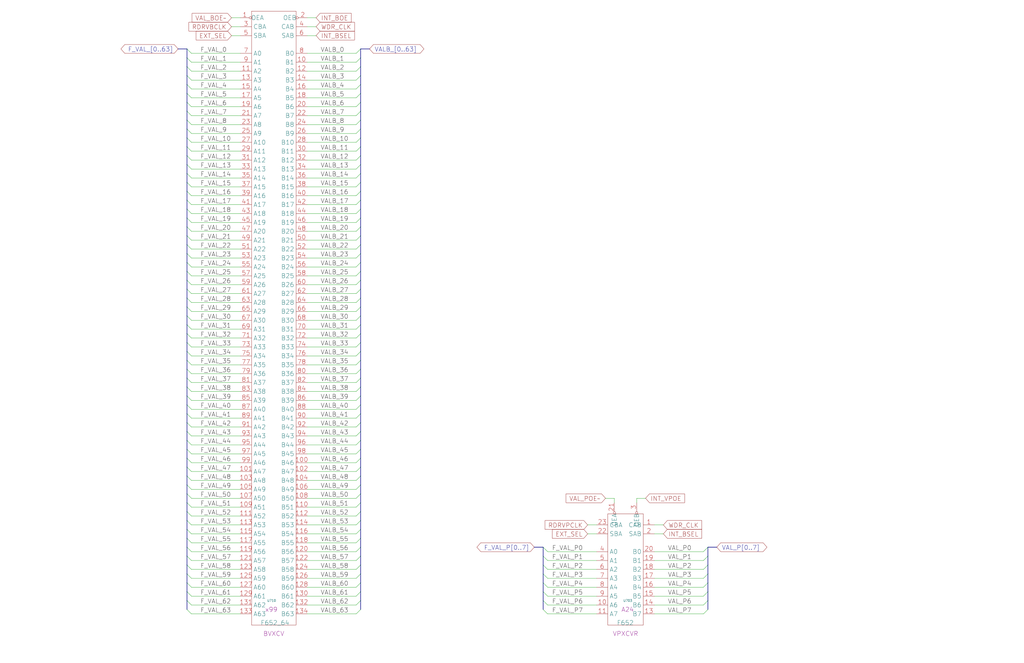
<source format=kicad_sch>
(kicad_sch (version 20230121) (generator eeschema)
  (paper "User" 584.2 378.46)
  (title_block (title "BXCVR\\nVAL AND VAL_PARITY") (date "08-MAR-90") (rev "0.0") (comment 1 "MEM32 BOARD") (comment 2 "232-003066") (comment 3 "S400") (comment 4 "RELEASED"))
  (lib_symbols
    (symbol "r1000:F652" (pin_names (offset 1.016))
      (property "Reference" "U" (at 2.54 5.08 0))
      (property "Value" "F652" (at -3.81 -7.62 0))
      (property "Location" "___" (at -1.27 0 0))
      (property "Name" "______" (at 1.27 -15.24 0))
      (symbol "F652_1_1"
        (rectangle (start -8.89 54.61) (end 11.43 -8.89))
        (circle (center -5.08 55.245) (radius 0.635))
        (circle (center 7.62 55.245) (radius 0.635))
        (pin input line (at 17.78 48.26 180) (length 6.35) (name "CAB") (number "1"))
        (pin bidirectional line (at -15.24 2.54 0) (length 6.35) (name "A6") (number "10"))
        (pin bidirectional line (at -15.24 -2.54 0) (length 6.35) (name "A7") (number "11"))
        (pin bidirectional line (at 17.78 -2.54 180) (length 6.35) (name "B7") (number "13"))
        (pin bidirectional line (at 17.78 2.54 180) (length 6.35) (name "B6") (number "14"))
        (pin bidirectional line (at 17.78 7.62 180) (length 6.35) (name "B5") (number "15"))
        (pin bidirectional line (at 17.78 12.7 180) (length 6.35) (name "B4") (number "16"))
        (pin bidirectional line (at 17.78 17.78 180) (length 6.35) (name "B3") (number "17"))
        (pin bidirectional line (at 17.78 22.86 180) (length 6.35) (name "B2") (number "18"))
        (pin bidirectional line (at 17.78 27.94 180) (length 6.35) (name "B1") (number "19"))
        (pin input line (at 17.78 43.18 180) (length 6.35) (name "SAB") (number "2"))
        (pin bidirectional line (at 17.78 33.02 180) (length 6.35) (name "B0") (number "20"))
        (pin input line (at -5.08 60.96 270) (length 5.08) (name "OEA") (number "21"))
        (pin input line (at -15.24 43.18 0) (length 6.35) (name "SBA") (number "22"))
        (pin input line (at -15.24 48.26 0) (length 6.35) (name "CBA") (number "23"))
        (pin input line (at 7.62 60.96 270) (length 5.08) (name "OEB") (number "3"))
        (pin bidirectional line (at -15.24 33.02 0) (length 6.35) (name "A0") (number "4"))
        (pin bidirectional line (at -15.24 27.94 0) (length 6.35) (name "A1") (number "5"))
        (pin bidirectional line (at -15.24 22.86 0) (length 6.35) (name "A2") (number "6"))
        (pin bidirectional line (at -15.24 17.78 0) (length 6.35) (name "A3") (number "7"))
        (pin bidirectional line (at -15.24 12.7 0) (length 6.35) (name "A4") (number "8"))
        (pin bidirectional line (at -15.24 7.62 0) (length 6.35) (name "A5") (number "9"))
      )
    )
    (symbol "r1000:F652_64" (pin_names (offset 1.016))
      (property "Reference" "U" (at 2.54 5.08 0))
      (property "Value" "F652_64" (at -3.81 -7.62 0))
      (property "Location" "___" (at -1.27 0 0))
      (property "Name" "______" (at 3.81 -15.24 0))
      (symbol "F652_64_1_1"
        (circle (center -9.525 337.82) (radius 0.635))
        (rectangle (start -8.89 341.63) (end 16.51 -8.89))
        (circle (center 17.145 337.82) (radius 0.635))
        (pin input line (at -15.24 337.82 0) (length 5.08) (name "OEA") (number "1"))
        (pin bidirectional line (at 22.86 312.42 180) (length 6.35) (name "B1") (number "10"))
        (pin bidirectional line (at 22.86 83.82 180) (length 6.35) (name "B46") (number "100"))
        (pin bidirectional line (at -15.24 78.74 0) (length 6.35) (name "A47") (number "101"))
        (pin bidirectional line (at 22.86 78.74 180) (length 6.35) (name "B47") (number "102"))
        (pin bidirectional line (at -15.24 73.66 0) (length 6.35) (name "A48") (number "103"))
        (pin bidirectional line (at 22.86 73.66 180) (length 6.35) (name "B48") (number "104"))
        (pin bidirectional line (at -15.24 68.58 0) (length 6.35) (name "A49") (number "105"))
        (pin bidirectional line (at 22.86 68.58 180) (length 6.35) (name "B49") (number "106"))
        (pin bidirectional line (at -15.24 63.5 0) (length 6.35) (name "A50") (number "107"))
        (pin bidirectional line (at 22.86 63.5 180) (length 6.35) (name "B50") (number "108"))
        (pin bidirectional line (at -15.24 58.42 0) (length 6.35) (name "A51") (number "109"))
        (pin bidirectional line (at -15.24 307.34 0) (length 6.35) (name "A2") (number "11"))
        (pin bidirectional line (at 22.86 58.42 180) (length 6.35) (name "B51") (number "110"))
        (pin bidirectional line (at -15.24 53.34 0) (length 6.35) (name "A52") (number "111"))
        (pin bidirectional line (at 22.86 53.34 180) (length 6.35) (name "B52") (number "112"))
        (pin bidirectional line (at -15.24 48.26 0) (length 6.35) (name "A53") (number "113"))
        (pin bidirectional line (at 22.86 48.26 180) (length 6.35) (name "B53") (number "114"))
        (pin bidirectional line (at -15.24 43.18 0) (length 6.35) (name "A54") (number "115"))
        (pin bidirectional line (at 22.86 43.18 180) (length 6.35) (name "B54") (number "116"))
        (pin bidirectional line (at -15.24 38.1 0) (length 6.35) (name "A55") (number "117"))
        (pin bidirectional line (at 22.86 38.1 180) (length 6.35) (name "B55") (number "118"))
        (pin bidirectional line (at -15.24 33.02 0) (length 6.35) (name "A56") (number "119"))
        (pin bidirectional line (at 22.86 307.34 180) (length 6.35) (name "B2") (number "12"))
        (pin bidirectional line (at 22.86 33.02 180) (length 6.35) (name "B56") (number "120"))
        (pin bidirectional line (at -15.24 27.94 0) (length 6.35) (name "A57") (number "121"))
        (pin bidirectional line (at 22.86 27.94 180) (length 6.35) (name "B57") (number "122"))
        (pin bidirectional line (at -15.24 22.86 0) (length 6.35) (name "A58") (number "123"))
        (pin bidirectional line (at 22.86 22.86 180) (length 6.35) (name "B58") (number "124"))
        (pin bidirectional line (at -15.24 17.78 0) (length 6.35) (name "A59") (number "125"))
        (pin bidirectional line (at 22.86 17.78 180) (length 6.35) (name "B59") (number "126"))
        (pin bidirectional line (at -15.24 12.7 0) (length 6.35) (name "A60") (number "127"))
        (pin bidirectional line (at 22.86 12.7 180) (length 6.35) (name "B60") (number "128"))
        (pin bidirectional line (at -15.24 7.62 0) (length 6.35) (name "A61") (number "129"))
        (pin bidirectional line (at -15.24 302.26 0) (length 6.35) (name "A3") (number "13"))
        (pin bidirectional line (at 22.86 7.62 180) (length 6.35) (name "B61") (number "130"))
        (pin bidirectional line (at -15.24 2.54 0) (length 6.35) (name "A62") (number "131"))
        (pin bidirectional line (at 22.86 2.54 180) (length 6.35) (name "B62") (number "132"))
        (pin bidirectional line (at -15.24 -2.54 0) (length 6.35) (name "A63") (number "133"))
        (pin bidirectional line (at 22.86 -2.54 180) (length 6.35) (name "B63") (number "134"))
        (pin bidirectional line (at 22.86 302.26 180) (length 6.35) (name "B3") (number "14"))
        (pin bidirectional line (at -15.24 297.18 0) (length 6.35) (name "A4") (number "15"))
        (pin bidirectional line (at 22.86 297.18 180) (length 6.35) (name "B4") (number "16"))
        (pin bidirectional line (at -15.24 292.1 0) (length 6.35) (name "A5") (number "17"))
        (pin bidirectional line (at 22.86 292.1 180) (length 6.35) (name "B5") (number "18"))
        (pin bidirectional line (at -15.24 287.02 0) (length 6.35) (name "A6") (number "19"))
        (pin input line (at 22.86 337.82 180) (length 5.08) (name "OEB") (number "2"))
        (pin bidirectional line (at 22.86 287.02 180) (length 6.35) (name "B6") (number "20"))
        (pin bidirectional line (at -15.24 281.94 0) (length 6.35) (name "A7") (number "21"))
        (pin bidirectional line (at 22.86 281.94 180) (length 6.35) (name "B7") (number "22"))
        (pin bidirectional line (at -15.24 276.86 0) (length 6.35) (name "A8") (number "23"))
        (pin bidirectional line (at 22.86 276.86 180) (length 6.35) (name "B8") (number "24"))
        (pin bidirectional line (at -15.24 271.78 0) (length 6.35) (name "A9") (number "25"))
        (pin bidirectional line (at 22.86 271.78 180) (length 6.35) (name "B9") (number "26"))
        (pin bidirectional line (at -15.24 266.7 0) (length 6.35) (name "A10") (number "27"))
        (pin bidirectional line (at 22.86 266.7 180) (length 6.35) (name "B10") (number "28"))
        (pin bidirectional line (at -15.24 261.62 0) (length 6.35) (name "A11") (number "29"))
        (pin input line (at -15.24 332.74 0) (length 6.35) (name "CBA") (number "3"))
        (pin bidirectional line (at 22.86 261.62 180) (length 6.35) (name "B11") (number "30"))
        (pin bidirectional line (at -15.24 256.54 0) (length 6.35) (name "A12") (number "31"))
        (pin bidirectional line (at 22.86 256.54 180) (length 6.35) (name "B12") (number "32"))
        (pin bidirectional line (at -15.24 251.46 0) (length 6.35) (name "A13") (number "33"))
        (pin bidirectional line (at 22.86 251.46 180) (length 6.35) (name "B13") (number "34"))
        (pin bidirectional line (at -15.24 246.38 0) (length 6.35) (name "A14") (number "35"))
        (pin bidirectional line (at 22.86 246.38 180) (length 6.35) (name "B14") (number "36"))
        (pin bidirectional line (at -15.24 241.3 0) (length 6.35) (name "A15") (number "37"))
        (pin bidirectional line (at 22.86 241.3 180) (length 6.35) (name "B15") (number "38"))
        (pin bidirectional line (at -15.24 236.22 0) (length 6.35) (name "A16") (number "39"))
        (pin input line (at 22.86 332.74 180) (length 6.35) (name "CAB") (number "4"))
        (pin bidirectional line (at 22.86 236.22 180) (length 6.35) (name "B16") (number "40"))
        (pin bidirectional line (at -15.24 231.14 0) (length 6.35) (name "A17") (number "41"))
        (pin bidirectional line (at 22.86 231.14 180) (length 6.35) (name "B17") (number "42"))
        (pin bidirectional line (at -15.24 226.06 0) (length 6.35) (name "A18") (number "43"))
        (pin bidirectional line (at 22.86 226.06 180) (length 6.35) (name "B18") (number "44"))
        (pin bidirectional line (at -15.24 220.98 0) (length 6.35) (name "A19") (number "45"))
        (pin bidirectional line (at 22.86 220.98 180) (length 6.35) (name "B19") (number "46"))
        (pin bidirectional line (at -15.24 215.9 0) (length 6.35) (name "A20") (number "47"))
        (pin bidirectional line (at 22.86 215.9 180) (length 6.35) (name "B20") (number "48"))
        (pin bidirectional line (at -15.24 210.82 0) (length 6.35) (name "A21") (number "49"))
        (pin input line (at -15.24 327.66 0) (length 6.35) (name "SBA") (number "5"))
        (pin bidirectional line (at 22.86 210.82 180) (length 6.35) (name "B21") (number "50"))
        (pin bidirectional line (at -15.24 205.74 0) (length 6.35) (name "A22") (number "51"))
        (pin bidirectional line (at 22.86 205.74 180) (length 6.35) (name "B22") (number "52"))
        (pin bidirectional line (at -15.24 200.66 0) (length 6.35) (name "A23") (number "53"))
        (pin bidirectional line (at 22.86 200.66 180) (length 6.35) (name "B23") (number "54"))
        (pin bidirectional line (at -15.24 195.58 0) (length 6.35) (name "A24") (number "55"))
        (pin bidirectional line (at 22.86 195.58 180) (length 6.35) (name "B24") (number "56"))
        (pin bidirectional line (at -15.24 190.5 0) (length 6.35) (name "A25") (number "57"))
        (pin bidirectional line (at 22.86 190.5 180) (length 6.35) (name "B25") (number "58"))
        (pin bidirectional line (at -15.24 185.42 0) (length 6.35) (name "A26") (number "59"))
        (pin input line (at 22.86 327.66 180) (length 6.35) (name "SAB") (number "6"))
        (pin bidirectional line (at 22.86 185.42 180) (length 6.35) (name "B26") (number "60"))
        (pin bidirectional line (at -15.24 180.34 0) (length 6.35) (name "A27") (number "61"))
        (pin bidirectional line (at 22.86 180.34 180) (length 6.35) (name "B27") (number "62"))
        (pin bidirectional line (at -15.24 175.26 0) (length 6.35) (name "A28") (number "63"))
        (pin bidirectional line (at 22.86 175.26 180) (length 6.35) (name "B28") (number "64"))
        (pin bidirectional line (at -15.24 170.18 0) (length 6.35) (name "A29") (number "65"))
        (pin bidirectional line (at 22.86 170.18 180) (length 6.35) (name "B29") (number "66"))
        (pin bidirectional line (at -15.24 165.1 0) (length 6.35) (name "A30") (number "67"))
        (pin bidirectional line (at 22.86 165.1 180) (length 6.35) (name "B30") (number "68"))
        (pin bidirectional line (at -15.24 160.02 0) (length 6.35) (name "A31") (number "69"))
        (pin bidirectional line (at -15.24 317.5 0) (length 6.35) (name "A0") (number "7"))
        (pin bidirectional line (at 22.86 160.02 180) (length 6.35) (name "B31") (number "70"))
        (pin bidirectional line (at -15.24 154.94 0) (length 6.35) (name "A32") (number "71"))
        (pin bidirectional line (at 22.86 154.94 180) (length 6.35) (name "B32") (number "72"))
        (pin bidirectional line (at -15.24 149.86 0) (length 6.35) (name "A33") (number "73"))
        (pin bidirectional line (at 22.86 149.86 180) (length 6.35) (name "B33") (number "74"))
        (pin bidirectional line (at -15.24 144.78 0) (length 6.35) (name "A34") (number "75"))
        (pin bidirectional line (at 22.86 144.78 180) (length 6.35) (name "B34") (number "76"))
        (pin bidirectional line (at -15.24 139.7 0) (length 6.35) (name "A35") (number "77"))
        (pin bidirectional line (at 22.86 139.7 180) (length 6.35) (name "B35") (number "78"))
        (pin bidirectional line (at -15.24 134.62 0) (length 6.35) (name "A36") (number "79"))
        (pin bidirectional line (at 22.86 317.5 180) (length 6.35) (name "B0") (number "8"))
        (pin bidirectional line (at 22.86 134.62 180) (length 6.35) (name "B36") (number "80"))
        (pin bidirectional line (at -15.24 129.54 0) (length 6.35) (name "A37") (number "81"))
        (pin bidirectional line (at 22.86 129.54 180) (length 6.35) (name "B37") (number "82"))
        (pin bidirectional line (at -15.24 124.46 0) (length 6.35) (name "A38") (number "83"))
        (pin bidirectional line (at 22.86 124.46 180) (length 6.35) (name "B38") (number "84"))
        (pin bidirectional line (at -15.24 119.38 0) (length 6.35) (name "A39") (number "85"))
        (pin bidirectional line (at 22.86 119.38 180) (length 6.35) (name "B39") (number "86"))
        (pin bidirectional line (at -15.24 114.3 0) (length 6.35) (name "A40") (number "87"))
        (pin bidirectional line (at 22.86 114.3 180) (length 6.35) (name "B40") (number "88"))
        (pin bidirectional line (at -15.24 109.22 0) (length 6.35) (name "A41") (number "89"))
        (pin bidirectional line (at -15.24 312.42 0) (length 6.35) (name "A1") (number "9"))
        (pin bidirectional line (at 22.86 109.22 180) (length 6.35) (name "B41") (number "90"))
        (pin bidirectional line (at -15.24 104.14 0) (length 6.35) (name "A42") (number "91"))
        (pin bidirectional line (at 22.86 104.14 180) (length 6.35) (name "B42") (number "92"))
        (pin bidirectional line (at -15.24 99.06 0) (length 6.35) (name "A43") (number "93"))
        (pin bidirectional line (at 22.86 99.06 180) (length 6.35) (name "B43") (number "94"))
        (pin bidirectional line (at -15.24 93.98 0) (length 6.35) (name "A44") (number "95"))
        (pin bidirectional line (at 22.86 93.98 180) (length 6.35) (name "B44") (number "96"))
        (pin bidirectional line (at -15.24 88.9 0) (length 6.35) (name "A45") (number "97"))
        (pin bidirectional line (at 22.86 88.9 180) (length 6.35) (name "B45") (number "98"))
        (pin bidirectional line (at -15.24 83.82 0) (length 6.35) (name "A46") (number "99"))
      )
    )
  )
  (bus_entry (at 309.88 312.42) (size 2.54 2.54))
  (bus_entry (at 106.68 134.62) (size 2.54 2.54))
  (bus_entry (at 205.74 292.1) (size -2.54 2.54))
  (bus_entry (at 106.68 170.18) (size 2.54 2.54))
  (bus_entry (at 106.68 205.74) (size 2.54 2.54))
  (bus_entry (at 106.68 281.94) (size 2.54 2.54))
  (bus_entry (at 106.68 119.38) (size 2.54 2.54))
  (bus_entry (at 106.68 251.46) (size 2.54 2.54))
  (bus_entry (at 205.74 231.14) (size -2.54 2.54))
  (bus_entry (at 205.74 114.3) (size -2.54 2.54))
  (bus_entry (at 106.68 68.58) (size 2.54 2.54))
  (bus_entry (at 106.68 154.94) (size 2.54 2.54))
  (bus_entry (at 205.74 200.66) (size -2.54 2.54))
  (bus_entry (at 205.74 93.98) (size -2.54 2.54))
  (bus_entry (at 106.68 99.06) (size 2.54 2.54))
  (bus_entry (at 205.74 251.46) (size -2.54 2.54))
  (bus_entry (at 106.68 322.58) (size 2.54 2.54))
  (bus_entry (at 205.74 109.22) (size -2.54 2.54))
  (bus_entry (at 106.68 266.7) (size 2.54 2.54))
  (bus_entry (at 106.68 88.9) (size 2.54 2.54))
  (bus_entry (at 106.68 38.1) (size 2.54 2.54))
  (bus_entry (at 205.74 276.86) (size -2.54 2.54))
  (bus_entry (at 106.68 287.02) (size 2.54 2.54))
  (bus_entry (at 205.74 337.82) (size -2.54 2.54))
  (bus_entry (at 106.68 185.42) (size 2.54 2.54))
  (bus_entry (at 205.74 185.42) (size -2.54 2.54))
  (bus_entry (at 205.74 170.18) (size -2.54 2.54))
  (bus_entry (at 106.68 241.3) (size 2.54 2.54))
  (bus_entry (at 205.74 180.34) (size -2.54 2.54))
  (bus_entry (at 205.74 78.74) (size -2.54 2.54))
  (bus_entry (at 106.68 231.14) (size 2.54 2.54))
  (bus_entry (at 309.88 332.74) (size 2.54 2.54))
  (bus_entry (at 205.74 119.38) (size -2.54 2.54))
  (bus_entry (at 205.74 104.14) (size -2.54 2.54))
  (bus_entry (at 205.74 144.78) (size -2.54 2.54))
  (bus_entry (at 106.68 215.9) (size 2.54 2.54))
  (bus_entry (at 106.68 58.42) (size 2.54 2.54))
  (bus_entry (at 205.74 215.9) (size -2.54 2.54))
  (bus_entry (at 106.68 312.42) (size 2.54 2.54))
  (bus_entry (at 106.68 200.66) (size 2.54 2.54))
  (bus_entry (at 106.68 27.94) (size 2.54 2.54))
  (bus_entry (at 106.68 327.66) (size 2.54 2.54))
  (bus_entry (at 403.86 312.42) (size -2.54 2.54))
  (bus_entry (at 106.68 175.26) (size 2.54 2.54))
  (bus_entry (at 106.68 114.3) (size 2.54 2.54))
  (bus_entry (at 106.68 124.46) (size 2.54 2.54))
  (bus_entry (at 205.74 165.1) (size -2.54 2.54))
  (bus_entry (at 205.74 38.1) (size -2.54 2.54))
  (bus_entry (at 403.86 337.82) (size -2.54 2.54))
  (bus_entry (at 106.68 180.34) (size 2.54 2.54))
  (bus_entry (at 205.74 226.06) (size -2.54 2.54))
  (bus_entry (at 106.68 109.22) (size 2.54 2.54))
  (bus_entry (at 106.68 307.34) (size 2.54 2.54))
  (bus_entry (at 205.74 205.74) (size -2.54 2.54))
  (bus_entry (at 205.74 33.02) (size -2.54 2.54))
  (bus_entry (at 205.74 271.78) (size -2.54 2.54))
  (bus_entry (at 106.68 292.1) (size 2.54 2.54))
  (bus_entry (at 205.74 281.94) (size -2.54 2.54))
  (bus_entry (at 205.74 53.34) (size -2.54 2.54))
  (bus_entry (at 205.74 347.98) (size -2.54 2.54))
  (bus_entry (at 205.74 297.18) (size -2.54 2.54))
  (bus_entry (at 403.86 317.5) (size -2.54 2.54))
  (bus_entry (at 205.74 134.62) (size -2.54 2.54))
  (bus_entry (at 205.74 287.02) (size -2.54 2.54))
  (bus_entry (at 205.74 317.5) (size -2.54 2.54))
  (bus_entry (at 106.68 337.82) (size 2.54 2.54))
  (bus_entry (at 205.74 73.66) (size -2.54 2.54))
  (bus_entry (at 205.74 307.34) (size -2.54 2.54))
  (bus_entry (at 403.86 347.98) (size -2.54 2.54))
  (bus_entry (at 106.68 246.38) (size 2.54 2.54))
  (bus_entry (at 205.74 83.82) (size -2.54 2.54))
  (bus_entry (at 106.68 48.26) (size 2.54 2.54))
  (bus_entry (at 106.68 73.66) (size 2.54 2.54))
  (bus_entry (at 106.68 93.98) (size 2.54 2.54))
  (bus_entry (at 205.74 246.38) (size -2.54 2.54))
  (bus_entry (at 403.86 322.58) (size -2.54 2.54))
  (bus_entry (at 106.68 342.9) (size 2.54 2.54))
  (bus_entry (at 106.68 347.98) (size 2.54 2.54))
  (bus_entry (at 106.68 160.02) (size 2.54 2.54))
  (bus_entry (at 106.68 165.1) (size 2.54 2.54))
  (bus_entry (at 309.88 322.58) (size 2.54 2.54))
  (bus_entry (at 106.68 236.22) (size 2.54 2.54))
  (bus_entry (at 106.68 276.86) (size 2.54 2.54))
  (bus_entry (at 106.68 139.7) (size 2.54 2.54))
  (bus_entry (at 205.74 48.26) (size -2.54 2.54))
  (bus_entry (at 106.68 78.74) (size 2.54 2.54))
  (bus_entry (at 205.74 124.46) (size -2.54 2.54))
  (bus_entry (at 205.74 302.26) (size -2.54 2.54))
  (bus_entry (at 106.68 195.58) (size 2.54 2.54))
  (bus_entry (at 403.86 327.66) (size -2.54 2.54))
  (bus_entry (at 205.74 149.86) (size -2.54 2.54))
  (bus_entry (at 106.68 33.02) (size 2.54 2.54))
  (bus_entry (at 106.68 256.54) (size 2.54 2.54))
  (bus_entry (at 205.74 99.06) (size -2.54 2.54))
  (bus_entry (at 205.74 241.3) (size -2.54 2.54))
  (bus_entry (at 106.68 43.18) (size 2.54 2.54))
  (bus_entry (at 205.74 220.98) (size -2.54 2.54))
  (bus_entry (at 205.74 342.9) (size -2.54 2.54))
  (bus_entry (at 403.86 332.74) (size -2.54 2.54))
  (bus_entry (at 309.88 337.82) (size 2.54 2.54))
  (bus_entry (at 205.74 58.42) (size -2.54 2.54))
  (bus_entry (at 205.74 175.26) (size -2.54 2.54))
  (bus_entry (at 106.68 83.82) (size 2.54 2.54))
  (bus_entry (at 205.74 210.82) (size -2.54 2.54))
  (bus_entry (at 309.88 317.5) (size 2.54 2.54))
  (bus_entry (at 309.88 342.9) (size 2.54 2.54))
  (bus_entry (at 106.68 220.98) (size 2.54 2.54))
  (bus_entry (at 205.74 129.54) (size -2.54 2.54))
  (bus_entry (at 205.74 63.5) (size -2.54 2.54))
  (bus_entry (at 106.68 271.78) (size 2.54 2.54))
  (bus_entry (at 106.68 297.18) (size 2.54 2.54))
  (bus_entry (at 309.88 327.66) (size 2.54 2.54))
  (bus_entry (at 106.68 63.5) (size 2.54 2.54))
  (bus_entry (at 205.74 236.22) (size -2.54 2.54))
  (bus_entry (at 106.68 190.5) (size 2.54 2.54))
  (bus_entry (at 106.68 302.26) (size 2.54 2.54))
  (bus_entry (at 106.68 332.74) (size 2.54 2.54))
  (bus_entry (at 205.74 154.94) (size -2.54 2.54))
  (bus_entry (at 205.74 195.58) (size -2.54 2.54))
  (bus_entry (at 205.74 327.66) (size -2.54 2.54))
  (bus_entry (at 106.68 129.54) (size 2.54 2.54))
  (bus_entry (at 106.68 53.34) (size 2.54 2.54))
  (bus_entry (at 205.74 190.5) (size -2.54 2.54))
  (bus_entry (at 205.74 68.58) (size -2.54 2.54))
  (bus_entry (at 106.68 317.5) (size 2.54 2.54))
  (bus_entry (at 205.74 322.58) (size -2.54 2.54))
  (bus_entry (at 205.74 139.7) (size -2.54 2.54))
  (bus_entry (at 205.74 27.94) (size -2.54 2.54))
  (bus_entry (at 106.68 210.82) (size 2.54 2.54))
  (bus_entry (at 205.74 261.62) (size -2.54 2.54))
  (bus_entry (at 205.74 266.7) (size -2.54 2.54))
  (bus_entry (at 106.68 104.14) (size 2.54 2.54))
  (bus_entry (at 205.74 256.54) (size -2.54 2.54))
  (bus_entry (at 106.68 261.62) (size 2.54 2.54))
  (bus_entry (at 106.68 226.06) (size 2.54 2.54))
  (bus_entry (at 205.74 43.18) (size -2.54 2.54))
  (bus_entry (at 106.68 149.86) (size 2.54 2.54))
  (bus_entry (at 205.74 332.74) (size -2.54 2.54))
  (bus_entry (at 106.68 144.78) (size 2.54 2.54))
  (bus_entry (at 309.88 347.98) (size 2.54 2.54))
  (bus_entry (at 205.74 88.9) (size -2.54 2.54))
  (bus_entry (at 403.86 342.9) (size -2.54 2.54))
  (bus_entry (at 205.74 312.42) (size -2.54 2.54))
  (bus_entry (at 205.74 160.02) (size -2.54 2.54))
  (wire (pts (xy 175.26 248.92) (xy 203.2 248.92)))
  (wire (pts (xy 109.22 233.68) (xy 137.16 233.68)))
  (wire (pts (xy 175.26 40.64) (xy 203.2 40.64)))
  (wire (pts (xy 109.22 335.28) (xy 137.16 335.28)))
  (bus (pts (xy 205.74 53.34) (xy 205.74 58.42)))
  (wire (pts (xy 109.22 218.44) (xy 137.16 218.44)))
  (wire (pts (xy 175.26 279.4) (xy 203.2 279.4)))
  (bus (pts (xy 106.68 215.9) (xy 106.68 220.98)))
  (wire (pts (xy 109.22 198.12) (xy 137.16 198.12)))
  (bus (pts (xy 205.74 327.66) (xy 205.74 332.74)))
  (bus (pts (xy 106.68 53.34) (xy 106.68 58.42)))
  (bus (pts (xy 309.88 327.66) (xy 309.88 332.74)))
  (bus (pts (xy 106.68 220.98) (xy 106.68 226.06)))
  (bus (pts (xy 106.68 261.62) (xy 106.68 266.7)))
  (bus (pts (xy 106.68 38.1) (xy 106.68 43.18)))
  (wire (pts (xy 175.26 127) (xy 203.2 127)))
  (wire (pts (xy 175.26 91.44) (xy 203.2 91.44)))
  (wire (pts (xy 109.22 340.36) (xy 137.16 340.36)))
  (wire (pts (xy 335.28 299.72) (xy 340.36 299.72)))
  (wire (pts (xy 109.22 248.92) (xy 137.16 248.92)))
  (bus (pts (xy 205.74 68.58) (xy 205.74 73.66)))
  (wire (pts (xy 175.26 330.2) (xy 203.2 330.2)))
  (bus (pts (xy 106.68 43.18) (xy 106.68 48.26)))
  (wire (pts (xy 312.42 325.12) (xy 340.36 325.12)))
  (wire (pts (xy 312.42 320.04) (xy 340.36 320.04)))
  (wire (pts (xy 175.26 233.68) (xy 203.2 233.68)))
  (wire (pts (xy 175.26 86.36) (xy 203.2 86.36)))
  (bus (pts (xy 205.74 43.18) (xy 205.74 48.26)))
  (bus (pts (xy 205.74 307.34) (xy 205.74 312.42)))
  (wire (pts (xy 373.38 350.52) (xy 401.32 350.52)))
  (bus (pts (xy 205.74 154.94) (xy 205.74 160.02)))
  (bus (pts (xy 205.74 99.06) (xy 205.74 104.14)))
  (bus (pts (xy 106.68 322.58) (xy 106.68 327.66)))
  (bus (pts (xy 205.74 231.14) (xy 205.74 236.22)))
  (bus (pts (xy 205.74 287.02) (xy 205.74 292.1)))
  (wire (pts (xy 373.38 314.96) (xy 401.32 314.96)))
  (bus (pts (xy 403.86 332.74) (xy 403.86 337.82)))
  (bus (pts (xy 403.86 317.5) (xy 403.86 322.58)))
  (bus (pts (xy 403.86 337.82) (xy 403.86 342.9)))
  (bus (pts (xy 106.68 210.82) (xy 106.68 215.9)))
  (wire (pts (xy 175.26 350.52) (xy 203.2 350.52)))
  (bus (pts (xy 106.68 185.42) (xy 106.68 190.5)))
  (bus (pts (xy 403.86 342.9) (xy 403.86 347.98)))
  (bus (pts (xy 205.74 129.54) (xy 205.74 134.62)))
  (wire (pts (xy 175.26 10.16) (xy 180.34 10.16)))
  (bus (pts (xy 403.86 322.58) (xy 403.86 327.66)))
  (wire (pts (xy 373.38 340.36) (xy 401.32 340.36)))
  (wire (pts (xy 312.42 350.52) (xy 340.36 350.52)))
  (wire (pts (xy 373.38 304.8) (xy 378.46 304.8)))
  (bus (pts (xy 205.74 266.7) (xy 205.74 271.78)))
  (wire (pts (xy 312.42 335.28) (xy 340.36 335.28)))
  (wire (pts (xy 109.22 238.76) (xy 137.16 238.76)))
  (wire (pts (xy 109.22 96.52) (xy 137.16 96.52)))
  (wire (pts (xy 175.26 335.28) (xy 203.2 335.28)))
  (wire (pts (xy 175.26 157.48) (xy 203.2 157.48)))
  (wire (pts (xy 175.26 76.2) (xy 203.2 76.2)))
  (wire (pts (xy 175.26 177.8) (xy 203.2 177.8)))
  (bus (pts (xy 205.74 292.1) (xy 205.74 297.18)))
  (bus (pts (xy 106.68 327.66) (xy 106.68 332.74)))
  (wire (pts (xy 175.26 193.04) (xy 203.2 193.04)))
  (bus (pts (xy 106.68 124.46) (xy 106.68 129.54)))
  (bus (pts (xy 205.74 27.94) (xy 205.74 33.02)))
  (wire (pts (xy 175.26 304.8) (xy 203.2 304.8)))
  (wire (pts (xy 175.26 345.44) (xy 203.2 345.44)))
  (bus (pts (xy 106.68 119.38) (xy 106.68 124.46)))
  (wire (pts (xy 175.26 284.48) (xy 203.2 284.48)))
  (bus (pts (xy 205.74 256.54) (xy 205.74 261.62)))
  (wire (pts (xy 109.22 243.84) (xy 137.16 243.84)))
  (wire (pts (xy 109.22 142.24) (xy 137.16 142.24)))
  (wire (pts (xy 175.26 116.84) (xy 203.2 116.84)))
  (wire (pts (xy 109.22 121.92) (xy 137.16 121.92)))
  (bus (pts (xy 205.74 236.22) (xy 205.74 241.3)))
  (bus (pts (xy 205.74 281.94) (xy 205.74 287.02)))
  (bus (pts (xy 205.74 200.66) (xy 205.74 205.74)))
  (wire (pts (xy 109.22 187.96) (xy 137.16 187.96)))
  (bus (pts (xy 205.74 205.74) (xy 205.74 210.82)))
  (bus (pts (xy 205.74 215.9) (xy 205.74 220.98)))
  (wire (pts (xy 175.26 203.2) (xy 203.2 203.2)))
  (wire (pts (xy 175.26 325.12) (xy 203.2 325.12)))
  (bus (pts (xy 205.74 124.46) (xy 205.74 129.54)))
  (bus (pts (xy 205.74 63.5) (xy 205.74 68.58)))
  (bus (pts (xy 106.68 160.02) (xy 106.68 165.1)))
  (wire (pts (xy 109.22 116.84) (xy 137.16 116.84)))
  (wire (pts (xy 109.22 60.96) (xy 137.16 60.96)))
  (bus (pts (xy 106.68 236.22) (xy 106.68 241.3)))
  (wire (pts (xy 175.26 213.36) (xy 203.2 213.36)))
  (bus (pts (xy 106.68 109.22) (xy 106.68 114.3)))
  (wire (pts (xy 109.22 182.88) (xy 137.16 182.88)))
  (bus (pts (xy 106.68 297.18) (xy 106.68 302.26)))
  (bus (pts (xy 309.88 332.74) (xy 309.88 337.82)))
  (bus (pts (xy 106.68 312.42) (xy 106.68 317.5)))
  (wire (pts (xy 175.26 208.28) (xy 203.2 208.28)))
  (bus (pts (xy 106.68 190.5) (xy 106.68 195.58)))
  (bus (pts (xy 106.68 154.94) (xy 106.68 160.02)))
  (bus (pts (xy 205.74 170.18) (xy 205.74 175.26)))
  (wire (pts (xy 109.22 81.28) (xy 137.16 81.28)))
  (wire (pts (xy 109.22 309.88) (xy 137.16 309.88)))
  (bus (pts (xy 106.68 134.62) (xy 106.68 139.7)))
  (wire (pts (xy 109.22 269.24) (xy 137.16 269.24)))
  (bus (pts (xy 205.74 134.62) (xy 205.74 139.7)))
  (wire (pts (xy 132.08 20.32) (xy 137.16 20.32)))
  (bus (pts (xy 106.68 104.14) (xy 106.68 109.22)))
  (bus (pts (xy 106.68 226.06) (xy 106.68 231.14)))
  (bus (pts (xy 106.68 276.86) (xy 106.68 281.94)))
  (wire (pts (xy 109.22 223.52) (xy 137.16 223.52)))
  (wire (pts (xy 109.22 330.2) (xy 137.16 330.2)))
  (wire (pts (xy 109.22 320.04) (xy 137.16 320.04)))
  (wire (pts (xy 175.26 101.6) (xy 203.2 101.6)))
  (bus (pts (xy 205.74 78.74) (xy 205.74 83.82)))
  (wire (pts (xy 109.22 177.8) (xy 137.16 177.8)))
  (wire (pts (xy 175.26 172.72) (xy 203.2 172.72)))
  (wire (pts (xy 109.22 50.8) (xy 137.16 50.8)))
  (wire (pts (xy 175.26 66.04) (xy 203.2 66.04)))
  (wire (pts (xy 109.22 101.6) (xy 137.16 101.6)))
  (bus (pts (xy 309.88 337.82) (xy 309.88 342.9)))
  (wire (pts (xy 109.22 106.68) (xy 137.16 106.68)))
  (bus (pts (xy 205.74 251.46) (xy 205.74 256.54)))
  (bus (pts (xy 106.68 48.26) (xy 106.68 53.34)))
  (bus (pts (xy 205.74 180.34) (xy 205.74 185.42)))
  (bus (pts (xy 205.74 88.9) (xy 205.74 93.98)))
  (wire (pts (xy 109.22 294.64) (xy 137.16 294.64)))
  (bus (pts (xy 101.6 27.94) (xy 106.68 27.94)))
  (wire (pts (xy 175.26 187.96) (xy 203.2 187.96)))
  (wire (pts (xy 373.38 320.04) (xy 401.32 320.04)))
  (wire (pts (xy 175.26 309.88) (xy 203.2 309.88)))
  (bus (pts (xy 106.68 68.58) (xy 106.68 73.66)))
  (wire (pts (xy 132.08 15.24) (xy 137.16 15.24)))
  (bus (pts (xy 106.68 144.78) (xy 106.68 149.86)))
  (wire (pts (xy 175.26 314.96) (xy 203.2 314.96)))
  (wire (pts (xy 175.26 81.28) (xy 203.2 81.28)))
  (wire (pts (xy 109.22 350.52) (xy 137.16 350.52)))
  (wire (pts (xy 175.26 264.16) (xy 203.2 264.16)))
  (wire (pts (xy 373.38 335.28) (xy 401.32 335.28)))
  (wire (pts (xy 175.26 274.32) (xy 203.2 274.32)))
  (bus (pts (xy 106.68 281.94) (xy 106.68 287.02)))
  (bus (pts (xy 205.74 261.62) (xy 205.74 266.7)))
  (wire (pts (xy 109.22 289.56) (xy 137.16 289.56)))
  (wire (pts (xy 109.22 71.12) (xy 137.16 71.12)))
  (bus (pts (xy 205.74 48.26) (xy 205.74 53.34)))
  (wire (pts (xy 175.26 152.4) (xy 203.2 152.4)))
  (bus (pts (xy 106.68 266.7) (xy 106.68 271.78)))
  (bus (pts (xy 205.74 38.1) (xy 205.74 43.18)))
  (wire (pts (xy 109.22 35.56) (xy 137.16 35.56)))
  (bus (pts (xy 205.74 93.98) (xy 205.74 99.06)))
  (bus (pts (xy 205.74 276.86) (xy 205.74 281.94)))
  (bus (pts (xy 106.68 33.02) (xy 106.68 38.1)))
  (wire (pts (xy 175.26 132.08) (xy 203.2 132.08)))
  (bus (pts (xy 106.68 175.26) (xy 106.68 180.34)))
  (bus (pts (xy 205.74 104.14) (xy 205.74 109.22)))
  (wire (pts (xy 373.38 330.2) (xy 401.32 330.2)))
  (bus (pts (xy 106.68 287.02) (xy 106.68 292.1)))
  (bus (pts (xy 205.74 312.42) (xy 205.74 317.5)))
  (bus (pts (xy 205.74 195.58) (xy 205.74 200.66)))
  (wire (pts (xy 175.26 340.36) (xy 203.2 340.36)))
  (bus (pts (xy 205.74 119.38) (xy 205.74 124.46)))
  (wire (pts (xy 175.26 162.56) (xy 203.2 162.56)))
  (bus (pts (xy 106.68 170.18) (xy 106.68 175.26)))
  (bus (pts (xy 106.68 241.3) (xy 106.68 246.38)))
  (bus (pts (xy 205.74 210.82) (xy 205.74 215.9)))
  (wire (pts (xy 175.26 121.92) (xy 203.2 121.92)))
  (wire (pts (xy 109.22 213.36) (xy 137.16 213.36)))
  (bus (pts (xy 205.74 73.66) (xy 205.74 78.74)))
  (bus (pts (xy 106.68 27.94) (xy 106.68 33.02)))
  (bus (pts (xy 205.74 220.98) (xy 205.74 226.06)))
  (bus (pts (xy 205.74 297.18) (xy 205.74 302.26)))
  (wire (pts (xy 175.26 50.8) (xy 203.2 50.8)))
  (bus (pts (xy 106.68 129.54) (xy 106.68 134.62)))
  (wire (pts (xy 109.22 304.8) (xy 137.16 304.8)))
  (bus (pts (xy 205.74 322.58) (xy 205.74 327.66)))
  (wire (pts (xy 109.22 30.48) (xy 137.16 30.48)))
  (wire (pts (xy 175.26 96.52) (xy 203.2 96.52)))
  (bus (pts (xy 106.68 342.9) (xy 106.68 347.98)))
  (bus (pts (xy 205.74 317.5) (xy 205.74 322.58)))
  (wire (pts (xy 175.26 269.24) (xy 203.2 269.24)))
  (wire (pts (xy 175.26 228.6) (xy 203.2 228.6)))
  (wire (pts (xy 312.42 314.96) (xy 340.36 314.96)))
  (bus (pts (xy 205.74 160.02) (xy 205.74 165.1)))
  (wire (pts (xy 312.42 330.2) (xy 340.36 330.2)))
  (wire (pts (xy 109.22 279.4) (xy 137.16 279.4)))
  (wire (pts (xy 109.22 132.08) (xy 137.16 132.08)))
  (wire (pts (xy 109.22 66.04) (xy 137.16 66.04)))
  (wire (pts (xy 175.26 137.16) (xy 203.2 137.16)))
  (wire (pts (xy 109.22 193.04) (xy 137.16 193.04)))
  (wire (pts (xy 175.26 45.72) (xy 203.2 45.72)))
  (wire (pts (xy 109.22 172.72) (xy 137.16 172.72)))
  (bus (pts (xy 106.68 93.98) (xy 106.68 99.06)))
  (bus (pts (xy 205.74 241.3) (xy 205.74 246.38)))
  (bus (pts (xy 205.74 175.26) (xy 205.74 180.34)))
  (wire (pts (xy 109.22 86.36) (xy 137.16 86.36)))
  (bus (pts (xy 106.68 78.74) (xy 106.68 83.82)))
  (bus (pts (xy 106.68 317.5) (xy 106.68 322.58)))
  (wire (pts (xy 109.22 152.4) (xy 137.16 152.4)))
  (wire (pts (xy 312.42 345.44) (xy 340.36 345.44)))
  (bus (pts (xy 106.68 337.82) (xy 106.68 342.9)))
  (wire (pts (xy 175.26 20.32) (xy 180.34 20.32)))
  (wire (pts (xy 109.22 254) (xy 137.16 254)))
  (bus (pts (xy 106.68 99.06) (xy 106.68 104.14)))
  (wire (pts (xy 175.26 218.44) (xy 203.2 218.44)))
  (wire (pts (xy 175.26 223.52) (xy 203.2 223.52)))
  (wire (pts (xy 109.22 284.48) (xy 137.16 284.48)))
  (bus (pts (xy 309.88 322.58) (xy 309.88 327.66)))
  (bus (pts (xy 106.68 246.38) (xy 106.68 251.46)))
  (wire (pts (xy 175.26 198.12) (xy 203.2 198.12)))
  (bus (pts (xy 309.88 317.5) (xy 309.88 322.58)))
  (wire (pts (xy 109.22 299.72) (xy 137.16 299.72)))
  (bus (pts (xy 106.68 200.66) (xy 106.68 205.74)))
  (bus (pts (xy 205.74 139.7) (xy 205.74 144.78)))
  (bus (pts (xy 205.74 144.78) (xy 205.74 149.86)))
  (bus (pts (xy 106.68 149.86) (xy 106.68 154.94)))
  (wire (pts (xy 132.08 10.16) (xy 137.16 10.16)))
  (bus (pts (xy 205.74 226.06) (xy 205.74 231.14)))
  (bus (pts (xy 205.74 271.78) (xy 205.74 276.86)))
  (bus (pts (xy 106.68 205.74) (xy 106.68 210.82)))
  (wire (pts (xy 373.38 299.72) (xy 378.46 299.72)))
  (wire (pts (xy 109.22 157.48) (xy 137.16 157.48)))
  (wire (pts (xy 109.22 40.64) (xy 137.16 40.64)))
  (bus (pts (xy 205.74 332.74) (xy 205.74 337.82)))
  (wire (pts (xy 175.26 35.56) (xy 203.2 35.56)))
  (bus (pts (xy 106.68 58.42) (xy 106.68 63.5)))
  (wire (pts (xy 109.22 137.16) (xy 137.16 137.16)))
  (bus (pts (xy 309.88 342.9) (xy 309.88 347.98)))
  (wire (pts (xy 175.26 30.48) (xy 203.2 30.48)))
  (wire (pts (xy 109.22 127) (xy 137.16 127)))
  (wire (pts (xy 175.26 289.56) (xy 203.2 289.56)))
  (bus (pts (xy 106.68 139.7) (xy 106.68 144.78)))
  (bus (pts (xy 205.74 58.42) (xy 205.74 63.5)))
  (bus (pts (xy 205.74 190.5) (xy 205.74 195.58)))
  (bus (pts (xy 403.86 327.66) (xy 403.86 332.74)))
  (bus (pts (xy 205.74 185.42) (xy 205.74 190.5)))
  (wire (pts (xy 109.22 274.32) (xy 137.16 274.32)))
  (bus (pts (xy 106.68 195.58) (xy 106.68 200.66)))
  (wire (pts (xy 109.22 55.88) (xy 137.16 55.88)))
  (wire (pts (xy 175.26 238.76) (xy 203.2 238.76)))
  (bus (pts (xy 106.68 256.54) (xy 106.68 261.62)))
  (wire (pts (xy 109.22 264.16) (xy 137.16 264.16)))
  (wire (pts (xy 109.22 147.32) (xy 137.16 147.32)))
  (wire (pts (xy 175.26 182.88) (xy 203.2 182.88)))
  (bus (pts (xy 205.74 246.38) (xy 205.74 251.46)))
  (bus (pts (xy 106.68 251.46) (xy 106.68 256.54)))
  (wire (pts (xy 373.38 345.44) (xy 401.32 345.44)))
  (wire (pts (xy 175.26 294.64) (xy 203.2 294.64)))
  (wire (pts (xy 109.22 314.96) (xy 137.16 314.96)))
  (wire (pts (xy 175.26 111.76) (xy 203.2 111.76)))
  (wire (pts (xy 109.22 111.76) (xy 137.16 111.76)))
  (bus (pts (xy 106.68 231.14) (xy 106.68 236.22)))
  (wire (pts (xy 109.22 45.72) (xy 137.16 45.72)))
  (wire (pts (xy 109.22 228.6) (xy 137.16 228.6)))
  (bus (pts (xy 205.74 149.86) (xy 205.74 154.94)))
  (bus (pts (xy 304.8 312.42) (xy 309.88 312.42)))
  (wire (pts (xy 109.22 76.2) (xy 137.16 76.2)))
  (wire (pts (xy 175.26 147.32) (xy 203.2 147.32)))
  (bus (pts (xy 106.68 332.74) (xy 106.68 337.82)))
  (wire (pts (xy 345.44 284.48) (xy 350.52 284.48)))
  (wire (pts (xy 175.26 243.84) (xy 203.2 243.84)))
  (wire (pts (xy 109.22 203.2) (xy 137.16 203.2)))
  (wire (pts (xy 109.22 167.64) (xy 137.16 167.64)))
  (wire (pts (xy 109.22 345.44) (xy 137.16 345.44)))
  (bus (pts (xy 106.68 292.1) (xy 106.68 297.18)))
  (bus (pts (xy 205.74 109.22) (xy 205.74 114.3)))
  (wire (pts (xy 175.26 55.88) (xy 203.2 55.88)))
  (wire (pts (xy 175.26 142.24) (xy 203.2 142.24)))
  (bus (pts (xy 106.68 114.3) (xy 106.68 119.38)))
  (wire (pts (xy 175.26 254) (xy 203.2 254)))
  (wire (pts (xy 175.26 259.08) (xy 203.2 259.08)))
  (bus (pts (xy 210.82 27.94) (xy 205.74 27.94)))
  (wire (pts (xy 175.26 320.04) (xy 203.2 320.04)))
  (wire (pts (xy 312.42 340.36) (xy 340.36 340.36)))
  (wire (pts (xy 363.22 284.48) (xy 363.22 287.02)))
  (wire (pts (xy 373.38 325.12) (xy 401.32 325.12)))
  (wire (pts (xy 175.26 15.24) (xy 180.34 15.24)))
  (wire (pts (xy 109.22 325.12) (xy 137.16 325.12)))
  (bus (pts (xy 403.86 312.42) (xy 403.86 317.5)))
  (wire (pts (xy 175.26 71.12) (xy 203.2 71.12)))
  (bus (pts (xy 106.68 307.34) (xy 106.68 312.42)))
  (wire (pts (xy 109.22 91.44) (xy 137.16 91.44)))
  (bus (pts (xy 205.74 165.1) (xy 205.74 170.18)))
  (bus (pts (xy 106.68 165.1) (xy 106.68 170.18)))
  (bus (pts (xy 205.74 342.9) (xy 205.74 347.98)))
  (wire (pts (xy 109.22 208.28) (xy 137.16 208.28)))
  (bus (pts (xy 106.68 302.26) (xy 106.68 307.34)))
  (bus (pts (xy 106.68 83.82) (xy 106.68 88.9)))
  (bus (pts (xy 205.74 114.3) (xy 205.74 119.38)))
  (bus (pts (xy 205.74 33.02) (xy 205.74 38.1)))
  (bus (pts (xy 106.68 180.34) (xy 106.68 185.42)))
  (bus (pts (xy 403.86 312.42) (xy 408.94 312.42)))
  (wire (pts (xy 363.22 284.48) (xy 368.3 284.48)))
  (bus (pts (xy 205.74 337.82) (xy 205.74 342.9)))
  (bus (pts (xy 106.68 271.78) (xy 106.68 276.86)))
  (wire (pts (xy 175.26 167.64) (xy 203.2 167.64)))
  (bus (pts (xy 309.88 312.42) (xy 309.88 317.5)))
  (wire (pts (xy 109.22 259.08) (xy 137.16 259.08)))
  (wire (pts (xy 109.22 162.56) (xy 137.16 162.56)))
  (wire (pts (xy 335.28 304.8) (xy 340.36 304.8)))
  (bus (pts (xy 106.68 88.9) (xy 106.68 93.98)))
  (wire (pts (xy 350.52 284.48) (xy 350.52 287.02)))
  (bus (pts (xy 205.74 302.26) (xy 205.74 307.34)))
  (bus (pts (xy 106.68 73.66) (xy 106.68 78.74)))
  (wire (pts (xy 175.26 299.72) (xy 203.2 299.72)))
  (wire (pts (xy 175.26 60.96) (xy 203.2 60.96)))
  (bus (pts (xy 106.68 63.5) (xy 106.68 68.58)))
  (bus (pts (xy 205.74 83.82) (xy 205.74 88.9)))
  (wire (pts (xy 175.26 106.68) (xy 203.2 106.68)))
  (label "F_VAL_26" (at 114.3 162.56 0) (effects (font (size 2.54 2.54))))
  (label "VALB_49" (at 182.88 279.4 0) (effects (font (size 2.54 2.54))))
  (label "VALB_41" (at 182.88 238.76 0) (effects (font (size 2.54 2.54))))
  (label "F_VAL_62" (at 114.3 345.44 0) (effects (font (size 2.54 2.54))))
  (label "VAL_P1" (at 381 320.04 0) (effects (font (size 2.54 2.54))))
  (label "VALB_33" (at 182.88 198.12 0) (effects (font (size 2.54 2.54))))
  (label "VALB_3" (at 182.88 45.72 0) (effects (font (size 2.54 2.54))))
  (label "F_VAL_P0" (at 314.96 314.96 0) (effects (font (size 2.54 2.54))))
  (label "F_VAL_55" (at 114.3 309.88 0) (effects (font (size 2.54 2.54))))
  (label "F_VAL_22" (at 114.3 142.24 0) (effects (font (size 2.54 2.54))))
  (label "F_VAL_39" (at 114.3 228.6 0) (effects (font (size 2.54 2.54))))
  (label "F_VAL_37" (at 114.3 218.44 0) (effects (font (size 2.54 2.54))))
  (label "F_VAL_1" (at 114.3 35.56 0) (effects (font (size 2.54 2.54))))
  (label "VAL_P2" (at 381 325.12 0) (effects (font (size 2.54 2.54))))
  (label "VALB_63" (at 182.88 350.52 0) (effects (font (size 2.54 2.54))))
  (label "F_VAL_60" (at 114.3 335.28 0) (effects (font (size 2.54 2.54))))
  (label "VALB_31" (at 182.88 187.96 0) (effects (font (size 2.54 2.54))))
  (label "VALB_16" (at 182.88 111.76 0) (effects (font (size 2.54 2.54))))
  (label "F_VAL_P7" (at 314.96 350.52 0) (effects (font (size 2.54 2.54))))
  (label "VALB_21" (at 182.88 137.16 0) (effects (font (size 2.54 2.54))))
  (label "F_VAL_46" (at 114.3 264.16 0) (effects (font (size 2.54 2.54))))
  (label "VALB_56" (at 182.88 314.96 0) (effects (font (size 2.54 2.54))))
  (label "F_VAL_11" (at 114.3 86.36 0) (effects (font (size 2.54 2.54))))
  (label "F_VAL_40" (at 114.3 233.68 0) (effects (font (size 2.54 2.54))))
  (label "F_VAL_31" (at 114.3 187.96 0) (effects (font (size 2.54 2.54))))
  (label "F_VAL_52" (at 114.3 294.64 0) (effects (font (size 2.54 2.54))))
  (label "VALB_35" (at 182.88 208.28 0) (effects (font (size 2.54 2.54))))
  (label "VALB_5" (at 182.88 55.88 0) (effects (font (size 2.54 2.54))))
  (label "F_VAL_P1" (at 314.96 320.04 0) (effects (font (size 2.54 2.54))))
  (label "VALB_42" (at 182.88 243.84 0) (effects (font (size 2.54 2.54))))
  (label "F_VAL_48" (at 114.3 274.32 0) (effects (font (size 2.54 2.54))))
  (label "F_VAL_24" (at 114.3 152.4 0) (effects (font (size 2.54 2.54))))
  (label "F_VAL_61" (at 114.3 340.36 0) (effects (font (size 2.54 2.54))))
  (label "VALB_45" (at 182.88 259.08 0) (effects (font (size 2.54 2.54))))
  (label "VALB_62" (at 182.88 345.44 0) (effects (font (size 2.54 2.54))))
  (label "VALB_54" (at 182.88 304.8 0) (effects (font (size 2.54 2.54))))
  (label "F_VAL_10" (at 114.3 81.28 0) (effects (font (size 2.54 2.54))))
  (label "F_VAL_41" (at 114.3 238.76 0) (effects (font (size 2.54 2.54))))
  (label "VALB_26" (at 182.88 162.56 0) (effects (font (size 2.54 2.54))))
  (label "F_VAL_38" (at 114.3 223.52 0) (effects (font (size 2.54 2.54))))
  (label "F_VAL_53" (at 114.3 299.72 0) (effects (font (size 2.54 2.54))))
  (label "F_VAL_32" (at 114.3 193.04 0) (effects (font (size 2.54 2.54))))
  (label "VAL_P7" (at 381 350.52 0) (effects (font (size 2.54 2.54))))
  (label "VAL_P3" (at 381 330.2 0) (effects (font (size 2.54 2.54))))
  (label "F_VAL_35" (at 114.3 208.28 0) (effects (font (size 2.54 2.54))))
  (label "VALB_53" (at 182.88 299.72 0) (effects (font (size 2.54 2.54))))
  (label "VALB_46" (at 182.88 264.16 0) (effects (font (size 2.54 2.54))))
  (label "F_VAL_16" (at 114.3 111.76 0) (effects (font (size 2.54 2.54))))
  (label "VALB_6" (at 182.88 60.96 0) (effects (font (size 2.54 2.54))))
  (label "F_VAL_47" (at 114.3 269.24 0) (effects (font (size 2.54 2.54))))
  (label "F_VAL_58" (at 114.3 325.12 0) (effects (font (size 2.54 2.54))))
  (label "VALB_36" (at 182.88 213.36 0) (effects (font (size 2.54 2.54))))
  (label "VALB_0" (at 182.88 30.48 0) (effects (font (size 2.54 2.54))))
  (label "F_VAL_9" (at 114.3 76.2 0) (effects (font (size 2.54 2.54))))
  (label "F_VAL_51" (at 114.3 289.56 0) (effects (font (size 2.54 2.54))))
  (label "F_VAL_12" (at 114.3 91.44 0) (effects (font (size 2.54 2.54))))
  (label "VALB_57" (at 182.88 320.04 0) (effects (font (size 2.54 2.54))))
  (label "F_VAL_33" (at 114.3 198.12 0) (effects (font (size 2.54 2.54))))
  (label "F_VAL_27" (at 114.3 167.64 0) (effects (font (size 2.54 2.54))))
  (label "VAL_P6" (at 381 345.44 0) (effects (font (size 2.54 2.54))))
  (label "VALB_50" (at 182.88 284.48 0) (effects (font (size 2.54 2.54))))
  (label "F_VAL_21" (at 114.3 137.16 0) (effects (font (size 2.54 2.54))))
  (label "VALB_12" (at 182.88 91.44 0) (effects (font (size 2.54 2.54))))
  (label "VALB_19" (at 182.88 127 0) (effects (font (size 2.54 2.54))))
  (label "VALB_13" (at 182.88 96.52 0) (effects (font (size 2.54 2.54))))
  (label "F_VAL_30" (at 114.3 182.88 0) (effects (font (size 2.54 2.54))))
  (label "VALB_55" (at 182.88 309.88 0) (effects (font (size 2.54 2.54))))
  (label "VALB_25" (at 182.88 157.48 0) (effects (font (size 2.54 2.54))))
  (label "F_VAL_13" (at 114.3 96.52 0) (effects (font (size 2.54 2.54))))
  (label "VALB_52" (at 182.88 294.64 0) (effects (font (size 2.54 2.54))))
  (label "F_VAL_49" (at 114.3 279.4 0) (effects (font (size 2.54 2.54))))
  (label "VAL_P5" (at 381 340.36 0) (effects (font (size 2.54 2.54))))
  (label "VAL_P4" (at 381 335.28 0) (effects (font (size 2.54 2.54))))
  (label "VALB_27" (at 182.88 167.64 0) (effects (font (size 2.54 2.54))))
  (label "F_VAL_18" (at 114.3 121.92 0) (effects (font (size 2.54 2.54))))
  (label "F_VAL_44" (at 114.3 254 0) (effects (font (size 2.54 2.54))))
  (label "VALB_23" (at 182.88 147.32 0) (effects (font (size 2.54 2.54))))
  (label "F_VAL_P4" (at 314.96 335.28 0) (effects (font (size 2.54 2.54))))
  (label "F_VAL_63" (at 114.3 350.52 0) (effects (font (size 2.54 2.54))))
  (label "F_VAL_45" (at 114.3 259.08 0) (effects (font (size 2.54 2.54))))
  (label "F_VAL_P6" (at 314.96 345.44 0) (effects (font (size 2.54 2.54))))
  (label "VALB_4" (at 182.88 50.8 0) (effects (font (size 2.54 2.54))))
  (label "VALB_24" (at 182.88 152.4 0) (effects (font (size 2.54 2.54))))
  (label "F_VAL_P5" (at 314.96 340.36 0) (effects (font (size 2.54 2.54))))
  (label "F_VAL_25" (at 114.3 157.48 0) (effects (font (size 2.54 2.54))))
  (label "VALB_17" (at 182.88 116.84 0) (effects (font (size 2.54 2.54))))
  (label "F_VAL_20" (at 114.3 132.08 0) (effects (font (size 2.54 2.54))))
  (label "VALB_2" (at 182.88 40.64 0) (effects (font (size 2.54 2.54))))
  (label "F_VAL_50" (at 114.3 284.48 0) (effects (font (size 2.54 2.54))))
  (label "F_VAL_15" (at 114.3 106.68 0) (effects (font (size 2.54 2.54))))
  (label "VALB_58" (at 182.88 325.12 0) (effects (font (size 2.54 2.54))))
  (label "F_VAL_29" (at 114.3 177.8 0) (effects (font (size 2.54 2.54))))
  (label "VALB_1" (at 182.88 35.56 0) (effects (font (size 2.54 2.54))))
  (label "VALB_61" (at 182.88 340.36 0) (effects (font (size 2.54 2.54))))
  (label "VALB_34" (at 182.88 203.2 0) (effects (font (size 2.54 2.54))))
  (label "VALB_11" (at 182.88 86.36 0) (effects (font (size 2.54 2.54))))
  (label "VALB_29" (at 182.88 177.8 0) (effects (font (size 2.54 2.54))))
  (label "VALB_39" (at 182.88 228.6 0) (effects (font (size 2.54 2.54))))
  (label "F_VAL_56" (at 114.3 314.96 0) (effects (font (size 2.54 2.54))))
  (label "F_VAL_14" (at 114.3 101.6 0) (effects (font (size 2.54 2.54))))
  (label "F_VAL_4" (at 114.3 50.8 0) (effects (font (size 2.54 2.54))))
  (label "F_VAL_8" (at 114.3 71.12 0) (effects (font (size 2.54 2.54))))
  (label "VALB_14" (at 182.88 101.6 0) (effects (font (size 2.54 2.54))))
  (label "F_VAL_28" (at 114.3 172.72 0) (effects (font (size 2.54 2.54))))
  (label "F_VAL_3" (at 114.3 45.72 0) (effects (font (size 2.54 2.54))))
  (label "F_VAL_34" (at 114.3 203.2 0) (effects (font (size 2.54 2.54))))
  (label "F_VAL_54" (at 114.3 304.8 0) (effects (font (size 2.54 2.54))))
  (label "VALB_20" (at 182.88 132.08 0) (effects (font (size 2.54 2.54))))
  (label "F_VAL_5" (at 114.3 55.88 0) (effects (font (size 2.54 2.54))))
  (label "VALB_32" (at 182.88 193.04 0) (effects (font (size 2.54 2.54))))
  (label "VAL_P0" (at 381 314.96 0) (effects (font (size 2.54 2.54))))
  (label "VALB_18" (at 182.88 121.92 0) (effects (font (size 2.54 2.54))))
  (label "F_VAL_0" (at 114.3 30.48 0) (effects (font (size 2.54 2.54))))
  (label "VALB_59" (at 182.88 330.2 0) (effects (font (size 2.54 2.54))))
  (label "F_VAL_P3" (at 314.96 330.2 0) (effects (font (size 2.54 2.54))))
  (label "VALB_47" (at 182.88 269.24 0) (effects (font (size 2.54 2.54))))
  (label "VALB_48" (at 182.88 274.32 0) (effects (font (size 2.54 2.54))))
  (label "VALB_43" (at 182.88 248.92 0) (effects (font (size 2.54 2.54))))
  (label "F_VAL_6" (at 114.3 60.96 0) (effects (font (size 2.54 2.54))))
  (label "VALB_51" (at 182.88 289.56 0) (effects (font (size 2.54 2.54))))
  (label "VALB_15" (at 182.88 106.68 0) (effects (font (size 2.54 2.54))))
  (label "VALB_8" (at 182.88 71.12 0) (effects (font (size 2.54 2.54))))
  (label "F_VAL_36" (at 114.3 213.36 0) (effects (font (size 2.54 2.54))))
  (label "VALB_28" (at 182.88 172.72 0) (effects (font (size 2.54 2.54))))
  (label "VALB_7" (at 182.88 66.04 0) (effects (font (size 2.54 2.54))))
  (label "VALB_22" (at 182.88 142.24 0) (effects (font (size 2.54 2.54))))
  (label "F_VAL_57" (at 114.3 320.04 0) (effects (font (size 2.54 2.54))))
  (label "F_VAL_23" (at 114.3 147.32 0) (effects (font (size 2.54 2.54))))
  (label "VALB_60" (at 182.88 335.28 0) (effects (font (size 2.54 2.54))))
  (label "VALB_44" (at 182.88 254 0) (effects (font (size 2.54 2.54))))
  (label "VALB_10" (at 182.88 81.28 0) (effects (font (size 2.54 2.54))))
  (label "VALB_9" (at 182.88 76.2 0) (effects (font (size 2.54 2.54))))
  (label "VALB_30" (at 182.88 182.88 0) (effects (font (size 2.54 2.54))))
  (label "VALB_37" (at 182.88 218.44 0) (effects (font (size 2.54 2.54))))
  (label "F_VAL_17" (at 114.3 116.84 0) (effects (font (size 2.54 2.54))))
  (label "F_VAL_19" (at 114.3 127 0) (effects (font (size 2.54 2.54))))
  (label "F_VAL_59" (at 114.3 330.2 0) (effects (font (size 2.54 2.54))))
  (label "F_VAL_7" (at 114.3 66.04 0) (effects (font (size 2.54 2.54))))
  (label "VALB_38" (at 182.88 223.52 0) (effects (font (size 2.54 2.54))))
  (label "F_VAL_2" (at 114.3 40.64 0) (effects (font (size 2.54 2.54))))
  (label "F_VAL_P2" (at 314.96 325.12 0) (effects (font (size 2.54 2.54))))
  (label "F_VAL_43" (at 114.3 248.92 0) (effects (font (size 2.54 2.54))))
  (label "F_VAL_42" (at 114.3 243.84 0) (effects (font (size 2.54 2.54))))
  (label "VALB_40" (at 182.88 233.68 0) (effects (font (size 2.54 2.54))))
  (global_label "INT_BSEL" (shape input) (at 378.46 304.8 0) (effects (font (size 2.54 2.54))) (property "Intersheetrefs" "${INTERSHEET_REFS}" (at 400.3403 304.6413 0) (effects (font (size 1.905 1.905)) (justify left))))
  (global_label "EXT_SEL" (shape input) (at 335.28 304.8 180) (effects (font (size 2.54 2.54))) (property "Intersheetrefs" "${INTERSHEET_REFS}" (at 312.553 304.6413 0) (effects (font (size 1.905 1.905)) (justify right))))
  (global_label "EXT_SEL" (shape input) (at 132.08 20.32 180) (effects (font (size 2.54 2.54))) (property "Intersheetrefs" "${INTERSHEET_REFS}" (at 109.7159 20.1613 0) (effects (font (size 1.905 1.905)) (justify right))))
  (global_label "INT_VPOE" (shape input) (at 368.3 284.48 0) (effects (font (size 2.54 2.54))) (property "Intersheetrefs" "${INTERSHEET_REFS}" (at 390.5431 284.3213 0) (effects (font (size 1.905 1.905)) (justify left))))
  (global_label "INT_BSEL" (shape input) (at 180.34 20.32 0) (effects (font (size 2.54 2.54))) (property "Intersheetrefs" "${INTERSHEET_REFS}" (at 201.8574 20.1613 0) (effects (font (size 1.905 1.905)) (justify left))))
  (global_label "VAL_BOE~" (shape input) (at 132.08 10.16 180) (effects (font (size 2.54 2.54))) (property "Intersheetrefs" "${INTERSHEET_REFS}" (at 109.7159 10.0013 0) (effects (font (size 1.905 1.905)) (justify right))))
  (global_label "WDR_CLK" (shape input) (at 378.46 299.72 0) (effects (font (size 2.54 2.54))) (property "Intersheetrefs" "${INTERSHEET_REFS}" (at 402.8803 299.5613 0) (effects (font (size 1.905 1.905)) (justify left))))
  (global_label "VAL_P[0..7]" (shape bidirectional) (at 408.94 312.42 0) (effects (font (size 2.54 2.54))) (property "Intersheetrefs" "${INTERSHEET_REFS}" (at 435.2955 312.2613 0) (effects (font (size 1.905 1.905)) (justify left))))
  (global_label "INT_BOE" (shape input) (at 180.34 10.16 0) (effects (font (size 2.54 2.54))) (property "Intersheetrefs" "${INTERSHEET_REFS}" (at 200.0431 10.0013 0) (effects (font (size 1.905 1.905)) (justify left))))
  (global_label "VAL_POE~" (shape input) (at 345.44 284.48 180) (effects (font (size 2.54 2.54))) (property "Intersheetrefs" "${INTERSHEET_REFS}" (at 322.955 284.3213 0) (effects (font (size 1.905 1.905)) (justify right))))
  (global_label "F_VAL_[0..63]" (shape bidirectional) (at 101.6 27.94 180) (effects (font (size 2.54 2.54))) (property "Intersheetrefs" "${INTERSHEET_REFS}" (at 71.0111 27.7813 0) (effects (font (size 1.905 1.905)) (justify right))))
  (global_label "WDR_CLK" (shape input) (at 180.34 15.24 0) (effects (font (size 2.54 2.54))) (property "Intersheetrefs" "${INTERSHEET_REFS}" (at 204.3974 15.0813 0) (effects (font (size 1.905 1.905)) (justify left))))
  (global_label "VALB_[0..63]" (shape bidirectional) (at 210.82 27.94 0) (effects (font (size 2.54 2.54))) (property "Intersheetrefs" "${INTERSHEET_REFS}" (at 239.4736 27.7813 0) (effects (font (size 1.905 1.905)) (justify left))))
  (global_label "RDRVBCLK" (shape input) (at 132.08 15.24 180) (effects (font (size 2.54 2.54))) (property "Intersheetrefs" "${INTERSHEET_REFS}" (at 108.3854 15.0813 0) (effects (font (size 1.905 1.905)) (justify right))))
  (global_label "F_VAL_P[0..7]" (shape bidirectional) (at 304.8 312.42 180) (effects (font (size 2.54 2.54))) (property "Intersheetrefs" "${INTERSHEET_REFS}" (at 274.3321 312.2613 0) (effects (font (size 1.905 1.905)) (justify right))))
  (global_label "RDRVPCLK" (shape input) (at 335.28 299.72 180) (effects (font (size 2.54 2.54))) (property "Intersheetrefs" "${INTERSHEET_REFS}" (at 310.9807 299.5613 0) (effects (font (size 1.905 1.905)) (justify right))))
  (symbol (lib_id "r1000:F652_64") (at 152.4 347.98 0) (unit 1)
    (property "Reference" "U710" (at 154.94 342.9 0))
    (property "Value" "F652_64" (at 148.59 355.6 0) (effects (font (size 2.54 2.54)) (justify left)))
    (property "Location" "x99" (at 151.13 347.98 0) (effects (font (size 2.54 2.54)) (justify left)))
    (property "Name" "BVXCV" (at 156.21 363.22 0) (effects (font (size 2.54 2.54)) (justify bottom)))
  )
  (symbol (lib_id "r1000:F652") (at 355.6 347.98 0) (unit 1)
    (property "Reference" "U703" (at 358.14 342.9 0))
    (property "Value" "F652" (at 351.79 355.6 0) (effects (font (size 2.54 2.54)) (justify left)))
    (property "Location" "A24" (at 354.33 347.98 0) (effects (font (size 2.54 2.54)) (justify left)))
    (property "Name" "VPXCVR" (at 356.87 363.22 0) (effects (font (size 2.54 2.54)) (justify bottom)))
  )
)
</source>
